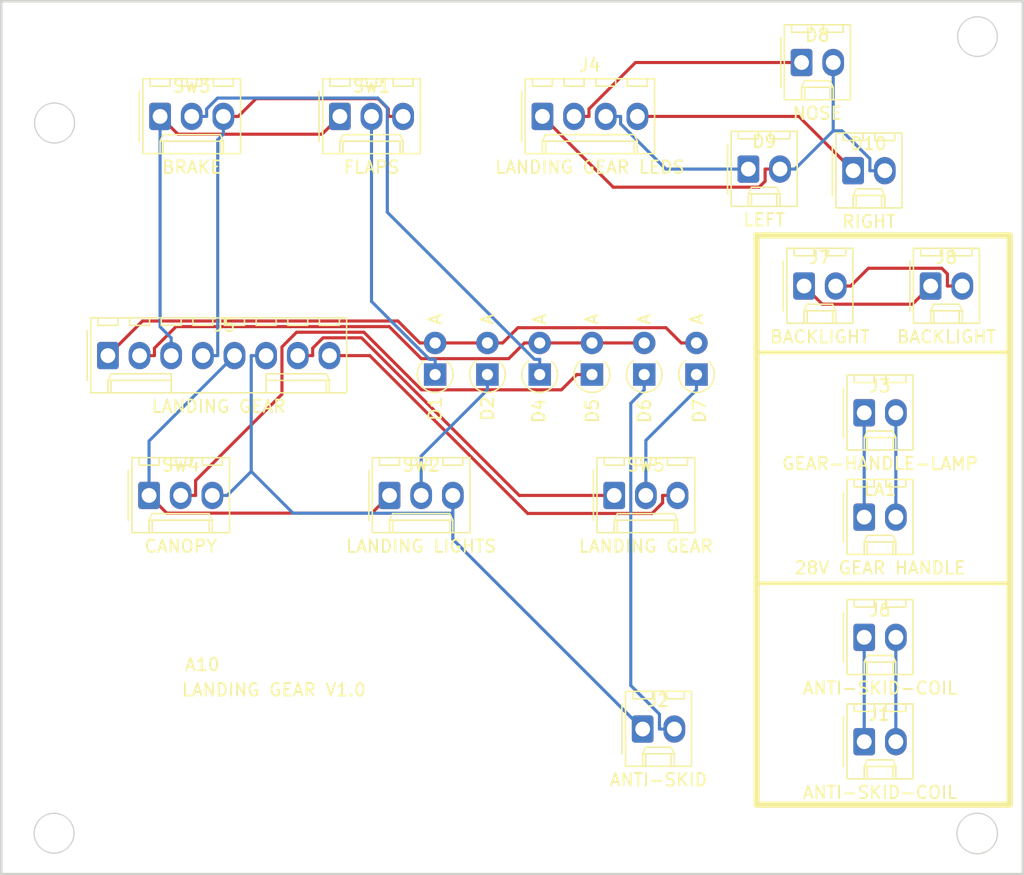
<source format=kicad_pcb>
(kicad_pcb (version 20221018) (generator pcbnew)
  (layers (0 "F.Cu" signal) (31 "B.Cu" signal) (34 "B.Paste" user) (35 "F.Paste" user) (36 "B.SilkS" user "B.Silkscreen") (37 "F.SilkS" user "F.Silkscreen") (38 "B.Mask" user) (39 "F.Mask" user) (44 "Edge.Cuts" user))
  (net 0 "")
  (net 1 "Net-(D1-K)")
  (net 2 "/COL0")
  (net 3 "Net-(D2-K)")
  (net 4 "/COIL_28V")
  (net 5 "/COIL_ANTI_SKID")
  (net 6 "Net-(D4-K)")
  (net 7 "/COL1")
  (net 8 "Net-(D5-K)")
  (net 9 "Net-(D6-K)")
  (net 10 "Net-(D7-K)")
  (net 11 "Net-(D8-K)")
  (net 12 "Net-(D10-A)")
  (net 13 "Net-(D9-K)")
  (net 14 "Net-(D10-K)")
  (net 15 "Net-(J3-Pin_2)")
  (net 16 "Net-(J3-Pin_1)")
  (net 17 "/ROW10")
  (net 18 "/ROW11")
  (net 19 "/ROW12")
  (net 20 "/ROW13")
  (net 21 "/ROW14")
  (net 22 "/ROW15")
  (net 23 "Net-(J7-Pin_1)")
  (net 24 "Net-(J7-Pin_2)")
  (footprint "Connector_Molex:Molex_KK-254_AE-6410-03A_1x03_P2.54mm_Vertical" (layer "F.Cu") (at 105.918 87.43)
    (fp_text reference "SW2" (at 2.54 -2.43) (layer "F.SilkS"))
    (fp_text value "LANDING LIGHTS" (at 2.54 4.08) (layer "F.SilkS"))
    (pad "1" thru_hole roundrect (at 0 0) (size 1.74 2.19) (drill 1.19) (layers "*.Cu" "*.Mask") (roundrect_rratio 0.1436781609) (net 19 "/ROW12"))
    (pad "2" thru_hole oval (at 2.54 0) (size 1.74 2.19) (drill 1.19) (layers "*.Cu" "*.Mask") (net 3 "Net-(D2-K)"))
    (pad "3" thru_hole oval (at 5.08 0) (size 1.74 2.19) (drill 1.19) (layers "*.Cu" "*.Mask") (net 20 "/ROW13"))
  )
  (footprint "Connector_Molex:Molex_KK-254_AE-6410-04A_1x04_P2.54mm_Vertical" (layer "F.Cu") (at 118.19 56.99)
    (fp_text reference "J4" (at 3.81 -4.12) (layer "F.SilkS"))
    (fp_text value "LANDING GEAR LEDS" (at 3.81 4.08) (layer "F.SilkS"))
    (pad "1" thru_hole roundrect (at 0 0) (size 1.74 2.19) (drill 1.19) (layers "*.Cu" "*.Mask") (roundrect_rratio 0.1436781609) (net 12 "Net-(D10-A)"))
    (pad "2" thru_hole oval (at 2.54 0) (size 1.74 2.19) (drill 1.19) (layers "*.Cu" "*.Mask") (net 11 "Net-(D8-K)"))
    (pad "3" thru_hole oval (at 5.08 0) (size 1.74 2.19) (drill 1.19) (layers "*.Cu" "*.Mask") (net 13 "Net-(D9-K)"))
    (pad "4" thru_hole oval (at 7.62 0) (size 1.74 2.19) (drill 1.19) (layers "*.Cu" "*.Mask") (net 14 "Net-(D10-K)"))
  )
  (footprint "Diode_THT:D_A-405_P2.54mm_Vertical_AnodeUp" (layer "F.Cu") (at 126.3604 77.724 90)
    (fp_text reference "D6" (at -2.92 0.02 90) (layer "F.SilkS"))
    (fp_text value "D")
    (fp_text user "A" (at 4.44 0 90) (layer "F.SilkS"))
    (pad "1" thru_hole rect (at 0 0 90) (size 1.8 1.8) (drill 0.9) (layers "*.Cu" "*.Mask") (net 9 "Net-(D6-K)"))
    (pad "2" thru_hole oval (at 2.54 0 90) (size 1.8 1.8) (drill 0.9) (layers "*.Cu" "*.Mask") (net 7 "/COL1"))
  )
  (footprint "Diode_THT:D_A-405_P2.54mm_Vertical_AnodeUp" (layer "F.Cu") (at 122.1648 77.724 90)
    (fp_text reference "D5" (at -2.92 0.03 90) (layer "F.SilkS"))
    (fp_text value "D")
    (fp_text user "A" (at 4.44 0 90) (layer "F.SilkS"))
    (pad "1" thru_hole rect (at 0 0 90) (size 1.8 1.8) (drill 0.9) (layers "*.Cu" "*.Mask") (net 8 "Net-(D5-K)"))
    (pad "2" thru_hole oval (at 2.54 0 90) (size 1.8 1.8) (drill 0.9) (layers "*.Cu" "*.Mask") (net 7 "/COL1"))
  )
  (footprint "Connector_Molex:Molex_KK-254_AE-6410-02A_1x02_P2.54mm_Vertical" (layer "F.Cu") (at 149.352 70.612)
    (fp_text reference "J8" (at 1.27 -2.286) (layer "F.SilkS"))
    (fp_text value "BACKLIGHT" (at 1.27 4.08) (layer "F.SilkS"))
    (pad "1" thru_hole roundrect (at 0 0) (size 1.74 2.19) (drill 1.19) (layers "*.Cu" "*.Mask") (roundrect_rratio 0.1436781609) (net 23 "Net-(J7-Pin_1)"))
    (pad "2" thru_hole oval (at 2.54 0) (size 1.74 2.19) (drill 1.19) (layers "*.Cu" "*.Mask") (net 24 "Net-(J7-Pin_2)"))
  )
  (footprint "Connector_Molex:Molex_KK-254_AE-6410-08A_1x08_P2.54mm_Vertical" (layer "F.Cu") (at 83.312 76.2)
    (fp_text reference "J5" (at 9.36 -2.43) (layer "F.SilkS"))
    (fp_text value "LANDING GEAR" (at 8.89 4.08) (layer "F.SilkS"))
    (pad "1" thru_hole roundrect (at 0 0) (size 1.74 2.19) (drill 1.19) (layers "*.Cu" "*.Mask") (roundrect_rratio 0.1436781609) (net 2 "/COL0"))
    (pad "2" thru_hole oval (at 2.54 0) (size 1.74 2.19) (drill 1.19) (layers "*.Cu" "*.Mask") (net 7 "/COL1"))
    (pad "3" thru_hole oval (at 5.08 0) (size 1.74 2.19) (drill 1.19) (layers "*.Cu" "*.Mask") (net 17 "/ROW10"))
    (pad "4" thru_hole oval (at 7.62 0) (size 1.74 2.19) (drill 1.19) (layers "*.Cu" "*.Mask") (net 18 "/ROW11"))
    (pad "5" thru_hole oval (at 10.16 0) (size 1.74 2.19) (drill 1.19) (layers "*.Cu" "*.Mask") (net 19 "/ROW12"))
    (pad "6" thru_hole oval (at 12.7 0) (size 1.74 2.19) (drill 1.19) (layers "*.Cu" "*.Mask") (net 20 "/ROW13"))
    (pad "7" thru_hole oval (at 15.24 0) (size 1.74 2.19) (drill 1.19) (layers "*.Cu" "*.Mask") (net 21 "/ROW14"))
    (pad "8" thru_hole oval (at 17.78 0) (size 1.74 2.19) (drill 1.19) (layers "*.Cu" "*.Mask") (net 22 "/ROW15"))
  )
  (footprint "Connector_Molex:Molex_KK-254_AE-6410-02A_1x02_P2.54mm_Vertical" (layer "F.Cu") (at 143.13 61.35)
    (fp_text reference "D10" (at 1.24 -2.18) (layer "F.SilkS"))
    (fp_text value "RIGHT" (at 1.27 4.08) (layer "F.SilkS"))
    (pad "1" thru_hole roundrect (at 0 0) (size 1.74 2.19) (drill 1.19) (layers "*.Cu" "*.Mask") (roundrect_rratio 0.1436781609) (net 14 "Net-(D10-K)"))
    (pad "2" thru_hole oval (at 2.54 0) (size 1.74 2.19) (drill 1.19) (layers "*.Cu" "*.Mask") (net 12 "Net-(D10-A)"))
  )
  (footprint "Connector_Molex:Molex_KK-254_AE-6410-02A_1x02_P2.54mm_Vertical" (layer "F.Cu") (at 144.018 107.208)
    (fp_text reference "J1" (at 1.2 -2.2) (layer "F.SilkS"))
    (fp_text value "ANTI-SKID-COIL" (at 1.27 4.08) (layer "F.SilkS"))
    (pad "1" thru_hole roundrect (at 0 0) (size 1.74 2.19) (drill 1.19) (layers "*.Cu" "*.Mask") (roundrect_rratio 0.1436781609) (net 4 "/COIL_28V"))
    (pad "2" thru_hole oval (at 2.54 0) (size 1.74 2.19) (drill 1.19) (layers "*.Cu" "*.Mask") (net 5 "/COIL_ANTI_SKID"))
  )
  (footprint "Connector_Molex:Molex_KK-254_AE-6410-02A_1x02_P2.54mm_Vertical" (layer "F.Cu") (at 144.018 98.826)
    (fp_text reference "J6" (at 1.28 -2.18) (layer "F.SilkS"))
    (fp_text value "ANTI-SKID-COIL" (at 1.27 4.08) (layer "F.SilkS"))
    (pad "1" thru_hole roundrect (at 0 0) (size 1.74 2.19) (drill 1.19) (layers "*.Cu" "*.Mask") (roundrect_rratio 0.1436781609) (net 4 "/COIL_28V"))
    (pad "2" thru_hole oval (at 2.54 0) (size 1.74 2.19) (drill 1.19) (layers "*.Cu" "*.Mask") (net 5 "/COIL_ANTI_SKID"))
  )
  (footprint "Connector_Molex:Molex_KK-254_AE-6410-02A_1x02_P2.54mm_Vertical" (layer "F.Cu") (at 144.018 89.174)
    (fp_text reference "LA1" (at 1.28 -2.23) (layer "F.SilkS"))
    (fp_text value "28V GEAR HANDLE" (at 1.27 4.08) (layer "F.SilkS"))
    (pad "1" thru_hole roundrect (at 0 0) (size 1.74 2.19) (drill 1.19) (layers "*.Cu" "*.Mask") (roundrect_rratio 0.1436781609) (net 16 "Net-(J3-Pin_1)"))
    (pad "2" thru_hole oval (at 2.54 0) (size 1.74 2.19) (drill 1.19) (layers "*.Cu" "*.Mask") (net 15 "Net-(J3-Pin_2)"))
  )
  (footprint "Connector_Molex:Molex_KK-254_AE-6410-02A_1x02_P2.54mm_Vertical" (layer "F.Cu") (at 134.72 61.22)
    (fp_text reference "D9" (at 1.28 -2.22) (layer "F.SilkS"))
    (fp_text value "LEFT" (at 1.27 4.08) (layer "F.SilkS"))
    (pad "1" thru_hole roundrect (at 0 0) (size 1.74 2.19) (drill 1.19) (layers "*.Cu" "*.Mask") (roundrect_rratio 0.1436781609) (net 13 "Net-(D9-K)"))
    (pad "2" thru_hole oval (at 2.54 0) (size 1.74 2.19) (drill 1.19) (layers "*.Cu" "*.Mask") (net 12 "Net-(D10-A)"))
  )
  (footprint "Connector_Molex:Molex_KK-254_AE-6410-02A_1x02_P2.54mm_Vertical" (layer "F.Cu") (at 144.018 80.792)
    (fp_text reference "J3" (at 1.26 -2.15) (layer "F.SilkS"))
    (fp_text value "GEAR-HANDLE-LAMP" (at 1.27 4.08) (layer "F.SilkS"))
    (pad "1" thru_hole roundrect (at 0 0) (size 1.74 2.19) (drill 1.19) (layers "*.Cu" "*.Mask") (roundrect_rratio 0.1436781609) (net 16 "Net-(J3-Pin_1)"))
    (pad "2" thru_hole oval (at 2.54 0) (size 1.74 2.19) (drill 1.19) (layers "*.Cu" "*.Mask") (net 15 "Net-(J3-Pin_2)"))
  )
  (footprint "Connector_Molex:Molex_KK-254_AE-6410-02A_1x02_P2.54mm_Vertical" (layer "F.Cu") (at 138.99 52.66)
    (fp_text reference "D8" (at 1.27 -2.19) (layer "F.SilkS"))
    (fp_text value "NOSE" (at 1.27 4.08) (layer "F.SilkS"))
    (pad "1" thru_hole roundrect (at 0 0) (size 1.74 2.19) (drill 1.19) (layers "*.Cu" "*.Mask") (roundrect_rratio 0.1436781609) (net 11 "Net-(D8-K)"))
    (pad "2" thru_hole oval (at 2.54 0) (size 1.74 2.19) (drill 1.19) (layers "*.Cu" "*.Mask") (net 12 "Net-(D10-A)"))
  )
  (footprint "Connector_Molex:Molex_KK-254_AE-6410-03A_1x03_P2.54mm_Vertical" (layer "F.Cu") (at 123.952 87.43)
    (fp_text reference "SW5" (at 2.54 -2.43) (layer "F.SilkS"))
    (fp_text value "LANDING GEAR" (at 2.54 4.08) (layer "F.SilkS"))
    (pad "1" thru_hole roundrect (at 0 0) (size 1.74 2.19) (drill 1.19) (layers "*.Cu" "*.Mask") (roundrect_rratio 0.1436781609) (net 21 "/ROW14"))
    (pad "2" thru_hole oval (at 2.54 0) (size 1.74 2.19) (drill 1.19) (layers "*.Cu" "*.Mask") (net 10 "Net-(D7-K)"))
    (pad "3" thru_hole oval (at 5.08 0) (size 1.74 2.19) (drill 1.19) (layers "*.Cu" "*.Mask") (net 22 "/ROW15"))
  )
  (footprint "Diode_THT:D_A-405_P2.54mm_Vertical_AnodeUp" (layer "F.Cu") (at 113.7736 77.724 90)
    (fp_text reference "D2" (at -2.73 0.01 90) (layer "F.SilkS"))
    (fp_text value "D")
    (fp_text user "A" (at 4.44 0 90) (layer "F.SilkS"))
    (pad "1" thru_hole rect (at 0 0 90) (size 1.8 1.8) (drill 0.9) (layers "*.Cu" "*.Mask") (net 3 "Net-(D2-K)"))
    (pad "2" thru_hole oval (at 2.54 0 90) (size 1.8 1.8) (drill 0.9) (layers "*.Cu" "*.Mask") (net 2 "/COL0"))
  )
  (footprint "Diode_THT:D_A-405_P2.54mm_Vertical_AnodeUp" (layer "F.Cu") (at 130.556 77.724 90)
    (fp_text reference "D7" (at -2.92 0.24 90) (layer "F.SilkS"))
    (fp_text value "D")
    (fp_text user "A" (at 4.44 0 90) (layer "F.SilkS"))
    (pad "1" thru_hole rect (at 0 0 90) (size 1.8 1.8) (drill 0.9) (layers "*.Cu" "*.Mask") (net 10 "Net-(D7-K)"))
    (pad "2" thru_hole oval (at 2.54 0 90) (size 1.8 1.8) (drill 0.9) (layers "*.Cu" "*.Mask") (net 2 "/COL0"))
  )
  (footprint "Connector_Molex:Molex_KK-254_AE-6410-03A_1x03_P2.54mm_Vertical" (layer "F.Cu") (at 101.93 56.99)
    (fp_text reference "SW1" (at 2.54 -2.43) (layer "F.SilkS"))
    (fp_text value "FLAPS" (at 2.54 4.08) (layer "F.SilkS"))
    (pad "1" thru_hole roundrect (at 0 0) (size 1.74 2.19) (drill 1.19) (layers "*.Cu" "*.Mask") (roundrect_rratio 0.1436781609) (net 17 "/ROW10"))
    (pad "2" thru_hole oval (at 2.54 0) (size 1.74 2.19) (drill 1.19) (layers "*.Cu" "*.Mask") (net 1 "Net-(D1-K)"))
    (pad "3" thru_hole oval (at 5.08 0) (size 1.74 2.19) (drill 1.19) (layers "*.Cu" "*.Mask") (net 18 "/ROW11"))
  )
  (footprint "Connector_Molex:Molex_KK-254_AE-6410-02A_1x02_P2.54mm_Vertical" (layer "F.Cu") (at 139.192 70.612)
    (fp_text reference "J7" (at 1.27 -2.286) (layer "F.SilkS"))
    (fp_text value "BACKLIGHT" (at 1.27 4.08) (layer "F.SilkS"))
    (pad "1" thru_hole roundrect (at 0 0) (size 1.74 2.19) (drill 1.19) (layers "*.Cu" "*.Mask") (roundrect_rratio 0.1436781609) (net 23 "Net-(J7-Pin_1)"))
    (pad "2" thru_hole oval (at 2.54 0) (size 1.74 2.19) (drill 1.19) (layers "*.Cu" "*.Mask") (net 24 "Net-(J7-Pin_2)"))
  )
  (footprint "Connector_Molex:Molex_KK-254_AE-6410-03A_1x03_P2.54mm_Vertical" (layer "F.Cu") (at 87.5 56.99)
    (fp_text reference "SW3" (at 2.54 -2.43) (layer "F.SilkS"))
    (fp_text value "BRAKE" (at 2.54 4.08) (layer "F.SilkS"))
    (pad "1" thru_hole roundrect (at 0 0) (size 1.74 2.19) (drill 1.19) (layers "*.Cu" "*.Mask") (roundrect_rratio 0.1436781609) (net 17 "/ROW10"))
    (pad "2" thru_hole oval (at 2.54 0) (size 1.74 2.19) (drill 1.19) (layers "*.Cu" "*.Mask") (net 6 "Net-(D4-K)"))
    (pad "3" thru_hole oval (at 5.08 0) (size 1.74 2.19) (drill 1.19) (layers "*.Cu" "*.Mask") (net 18 "/ROW11"))
  )
  (footprint "Diode_THT:D_A-405_P2.54mm_Vertical_AnodeUp" (layer "F.Cu") (at 109.578 77.724 90)
    (fp_text reference "D1" (at -2.73 0 90) (layer "F.SilkS"))
    (fp_text value "D")
    (fp_text user "A" (at 4.44 0 90) (layer "F.SilkS"))
    (pad "1" thru_hole rect (at 0 0 90) (size 1.8 1.8) (drill 0.9) (layers "*.Cu" "*.Mask") (net 1 "Net-(D1-K)"))
    (pad "2" thru_hole oval (at 2.54 0 90) (size 1.8 1.8) (drill 0.9) (layers "*.Cu" "*.Mask") (net 2 "/COL0"))
  )
  (footprint "Connector_Molex:Molex_KK-254_AE-6410-03A_1x03_P2.54mm_Vertical" (layer "F.Cu") (at 86.614 87.43)
    (fp_text reference "SW4" (at 2.54 -2.43) (layer "F.SilkS"))
    (fp_text value "CANOPY" (at 2.54 4.08) (layer "F.SilkS"))
    (pad "1" thru_hole roundrect (at 0 0) (size 1.74 2.19) (drill 1.19) (layers "*.Cu" "*.Mask") (roundrect_rratio 0.1436781609) (net 19 "/ROW12"))
    (pad "2" thru_hole oval (at 2.54 0) (size 1.74 2.19) (drill 1.19) (layers "*.Cu" "*.Mask") (net 8 "Net-(D5-K)"))
    (pad "3" thru_hole oval (at 5.08 0) (size 1.74 2.19) (drill 1.19) (layers "*.Cu" "*.Mask") (net 20 "/ROW13"))
  )
  (footprint "Diode_THT:D_A-405_P2.54mm_Vertical_AnodeUp" (layer "F.Cu") (at 117.9692 77.724 90)
    (fp_text reference "D4" (at -2.92 -0.07 90) (layer "F.SilkS"))
    (fp_text value "D")
    (fp_text user "A" (at 4.44 0 90) (layer "F.SilkS"))
    (pad "1" thru_hole rect (at 0 0 90) (size 1.8 1.8) (drill 0.9) (layers "*.Cu" "*.Mask") (net 6 "Net-(D4-K)"))
    (pad "2" thru_hole oval (at 2.54 0 90) (size 1.8 1.8) (drill 0.9) (layers "*.Cu" "*.Mask") (net 7 "/COL1"))
  )
  (footprint "Connector_Molex:Molex_KK-254_AE-6410-02A_1x02_P2.54mm_Vertical" (layer "F.Cu") (at 126.238 106.192)
    (fp_text reference "J2" (at 1.27 -2.306) (layer "F.SilkS"))
    (fp_text value "ANTI-SKID" (at 1.27 4.08) (layer "F.SilkS"))
    (pad "1" thru_hole roundrect (at 0 0) (size 1.74 2.19) (drill 1.19) (layers "*.Cu" "*.Mask") (roundrect_rratio 0.1436781609) (net 20 "/ROW13"))
    (pad "2" thru_hole oval (at 2.54 0) (size 1.74 2.19) (drill 1.19) (layers "*.Cu" "*.Mask") (net 9 "Net-(D6-K)"))
  )
  (gr_rect (start 135.382 66.548) (end 155.702 112.268) (stroke (width 0.5)) (fill none) (layer "F.SilkS"))
  (gr_line (start 155.702 94.488) (end 135.382 94.488) (stroke (width 0.3)) (layer "F.SilkS"))
  (gr_line (start 155.702 75.946) (end 135.382 75.946) (stroke (width 0.3)) (layer "F.SilkS"))
  (gr_circle locked (center 78.99 114.56) (end 80.590656 114.56) (stroke (width 0.1)) (fill none) (layer "Edge.Cuts"))
  (gr_circle locked (center 79.03 57.52) (end 80.636393 57.52) (stroke (width 0.1)) (fill none) (layer "Edge.Cuts"))
  (gr_rect locked (start 74.75 47.74) (end 156.75 117.84) (stroke (width 0.2)) (fill none) (layer "Edge.Cuts"))
  (gr_circle locked (center 153.09 114.58) (end 154.6 115.19) (stroke (width 0.1)) (fill none) (layer "Edge.Cuts"))
  (gr_circle locked (center 153.11 50.58) (end 154.52 51.32) (stroke (width 0.1)) (fill none) (layer "Edge.Cuts"))
  (gr_text "LANDING GEAR V1.0" (at 89.154 103.632) (layer "F.SilkS") (effects (font (size 1 1)) (justify left bottom)))
  (gr_text "A10" (at 89.408 101.6) (layer "F.SilkS") (effects (font (size 1 1)) (justify left bottom)))
  (segment (start 104.47 56.99) (end 104.47 71.8502) (width 0.25) (layer "B.Cu") (net 1))
  (segment (start 109.578 77.724) (end 109.578 76.4987) (width 0.25) (layer "B.Cu") (net 1))
  (segment (start 104.47 71.8502) (end 109.1185 76.4987) (width 0.25) (layer "B.Cu") (net 1))
  (segment (start 109.1185 76.4987) (end 109.578 76.4987) (width 0.25) (layer "B.Cu") (net 1))
  (segment (start 128.1054 73.9587) (end 129.3307 75.184) (width 0.25) (layer "F.Cu") (net 2))
  (segment (start 109.578 75.184) (end 108.3527 75.184) (width 0.25) (layer "F.Cu") (net 2))
  (segment (start 130.556 75.184) (end 129.3307 75.184) (width 0.25) (layer "F.Cu") (net 2))
  (segment (start 113.7736 75.184) (end 109.578 75.184) (width 0.25) (layer "F.Cu") (net 2))
  (segment (start 113.7736 75.184) (end 114.9989 75.184) (width 0.25) (layer "F.Cu") (net 2))
  (segment (start 86.0912 73.4208) (end 83.312 76.2) (width 0.25) (layer "F.Cu") (net 2))
  (segment (start 108.3527 75.184) (end 106.5895 73.4208) (width 0.25) (layer "F.Cu") (net 2))
  (segment (start 116.2242 73.9587) (end 128.1054 73.9587) (width 0.25) (layer "F.Cu") (net 2))
  (segment (start 106.5895 73.4208) (end 86.0912 73.4208) (width 0.25) (layer "F.Cu") (net 2))
  (segment (start 114.9989 75.184) (end 116.2242 73.9587) (width 0.25) (layer "F.Cu") (net 2))
  (segment (start 108.458 87.43) (end 108.458 84.2649) (width 0.25) (layer "B.Cu") (net 3))
  (segment (start 108.458 84.2649) (end 113.7736 78.9493) (width 0.25) (layer "B.Cu") (net 3))
  (segment (start 113.7736 77.724) (end 113.7736 78.9493) (width 0.25) (layer "B.Cu") (net 3))
  (segment (start 144.018 107.208) (end 144.018 98.826) (width 0.25) (layer "B.Cu") (net 4))
  (segment (start 146.558 107.208) (end 146.558 98.826) (width 0.25) (layer "B.Cu") (net 5))
  (segment (start 117.9692 77.724) (end 117.9692 76.4987) (width 0.25) (layer "B.Cu") (net 6))
  (segment (start 104.9749 55.5154) (end 105.74 56.2805) (width 0.25) (layer "B.Cu") (net 6))
  (segment (start 91.2353 56.3923) (end 92.1122 55.5154) (width 0.25) (layer "B.Cu") (net 6))
  (segment (start 105.74 64.6878) (end 117.5509 76.4987) (width 0.25) (layer "B.Cu") (net 6))
  (segment (start 105.74 56.2805) (end 105.74 64.6878) (width 0.25) (layer "B.Cu") (net 6))
  (segment (start 91.2353 56.99) (end 91.2353 56.3923) (width 0.25) (layer "B.Cu") (net 6))
  (segment (start 117.5509 76.4987) (end 117.9692 76.4987) (width 0.25) (layer "B.Cu") (net 6))
  (segment (start 90.04 56.99) (end 91.2353 56.99) (width 0.25) (layer "B.Cu") (net 6))
  (segment (start 92.1122 55.5154) (end 104.9749 55.5154) (width 0.25) (layer "B.Cu") (net 6))
  (segment (start 122.1648 75.184) (end 117.9692 75.184) (width 0.25) (layer "F.Cu") (net 7))
  (segment (start 115.4833 76.4446) (end 108.4673 76.4446) (width 0.25) (layer "F.Cu") (net 7))
  (segment (start 117.9692 75.184) (end 116.7439 75.184) (width 0.25) (layer "F.Cu") (net 7))
  (segment (start 122.1648 75.184) (end 126.3604 75.184) (width 0.25) (layer "F.Cu") (net 7))
  (segment (start 88.7785 73.8711) (end 87.0473 75.6023) (width 0.25) (layer "F.Cu") (net 7))
  (segment (start 108.4673 76.4446) (end 105.8938 73.8711) (width 0.25) (layer "F.Cu") (net 7))
  (segment (start 85.852 76.2) (end 87.0473 76.2) (width 0.25) (layer "F.Cu") (net 7))
  (segment (start 105.8938 73.8711) (end 88.7785 73.8711) (width 0.25) (layer "F.Cu") (net 7))
  (segment (start 116.7439 75.184) (end 115.4833 76.4446) (width 0.25) (layer "F.Cu") (net 7))
  (segment (start 87.0473 75.6023) (end 87.0473 76.2) (width 0.25) (layer "F.Cu") (net 7))
  (segment (start 90.3493 87.43) (end 90.3493 86.2347) (width 0.25) (layer "F.Cu") (net 8))
  (segment (start 97.282 79.302) (end 97.282 75.499) (width 0.25) (layer "F.Cu") (net 8))
  (segment (start 108.4846 78.9493) (end 119.7142 78.9493) (width 0.25) (layer "F.Cu") (net 8))
  (segment (start 103.8567 74.3214) (end 108.4846 78.9493) (width 0.25) (layer "F.Cu") (net 8))
  (segment (start 90.3493 86.2347) (end 97.282 79.302) (width 0.25) (layer "F.Cu") (net 8))
  (segment (start 122.1648 77.724) (end 120.9395 77.724) (width 0.25) (layer "F.Cu") (net 8))
  (segment (start 89.154 87.43) (end 90.3493 87.43) (width 0.25) (layer "F.Cu") (net 8))
  (segment (start 98.4596 74.3214) (end 103.8567 74.3214) (width 0.25) (layer "F.Cu") (net 8))
  (segment (start 119.7142 78.9493) (end 120.9395 77.724) (width 0.25) (layer "F.Cu") (net 8))
  (segment (start 97.282 75.499) (end 98.4596 74.3214) (width 0.25) (layer "F.Cu") (net 8))
  (segment (start 127.5827 104.9967) (end 127.5827 106.192) (width 0.25) (layer "B.Cu") (net 9))
  (segment (start 125.2801 102.6941) (end 127.5827 104.9967) (width 0.25) (layer "B.Cu") (net 9))
  (segment (start 128.778 106.192) (end 127.5827 106.192) (width 0.25) (layer "B.Cu") (net 9))
  (segment (start 125.2801 80.0296) (end 125.2801 102.6941) (width 0.25) (layer "B.Cu") (net 9))
  (segment (start 126.3604 77.724) (end 126.3604 78.9493) (width 0.25) (layer "B.Cu") (net 9))
  (segment (start 126.3604 78.9493) (end 125.2801 80.0296) (width 0.25) (layer "B.Cu") (net 9))
  (segment (start 130.556 77.724) (end 130.556 78.9493) (width 0.25) (layer "B.Cu") (net 10))
  (segment (start 126.492 87.43) (end 126.492 83.0133) (width 0.25) (layer "B.Cu") (net 10))
  (segment (start 126.492 83.0133) (end 130.556 78.9493) (width 0.25) (layer "B.Cu") (net 10))
  (segment (start 121.9253 56.99) (end 121.9253 56.3923) (width 0.25) (layer "F.Cu") (net 11))
  (segment (start 125.6576 52.66) (end 138.99 52.66) (width 0.25) (layer "F.Cu") (net 11))
  (segment (start 120.73 56.99) (end 121.9253 56.99) (width 0.25) (layer "F.Cu") (net 11))
  (segment (start 121.9253 56.3923) (end 125.6576 52.66) (width 0.25) (layer "F.Cu") (net 11))
  (segment (start 118.19 56.99) (end 123.8733 62.6733) (width 0.25) (layer "F.Cu") (net 12))
  (segment (start 136.0647 62.1912) (end 136.0647 61.22) (width 0.25) (layer "F.Cu") (net 12))
  (segment (start 123.8733 62.6733) (end 135.5826 62.6733) (width 0.25) (layer "F.Cu") (net 12))
  (segment (start 137.26 61.22) (end 136.0647 61.22) (width 0.25) (layer "F.Cu") (net 12))
  (segment (start 135.5826 62.6733) (end 136.0647 62.1912) (width 0.25) (layer "F.Cu") (net 12))
  (segment (start 137.26 61.22) (end 138.4553 61.22) (width 0.25) (layer "B.Cu") (net 12))
  (segment (start 141.53 58.1453) (end 142.2315 58.1453) (width 0.25) (layer "B.Cu") (net 12))
  (segment (start 144.4747 60.3885) (end 144.4747 61.35) (width 0.25) (layer "B.Cu") (net 12))
  (segment (start 141.53 58.1453) (end 138.4553 61.22) (width 0.25) (layer "B.Cu") (net 12))
  (segment (start 141.53 52.66) (end 141.53 58.1453) (width 0.25) (layer "B.Cu") (net 12))
  (segment (start 145.67 61.35) (end 144.4747 61.35) (width 0.25) (layer "B.Cu") (net 12))
  (segment (start 142.2315 58.1453) (end 144.4747 60.3885) (width 0.25) (layer "B.Cu") (net 12))
  (segment (start 124.4653 57.5877) (end 128.0976 61.22) (width 0.25) (layer "B.Cu") (net 13))
  (segment (start 124.4653 56.99) (end 124.4653 57.5877) (width 0.25) (layer "B.Cu") (net 13))
  (segment (start 123.27 56.99) (end 124.4653 56.99) (width 0.25) (layer "B.Cu") (net 13))
  (segment (start 128.0976 61.22) (end 134.72 61.22) (width 0.25) (layer "B.Cu") (net 13))
  (segment (start 138.77 56.99) (end 143.13 61.35) (width 0.25) (layer "F.Cu") (net 14))
  (segment (start 125.81 56.99) (end 138.77 56.99) (width 0.25) (layer "F.Cu") (net 14))
  (segment (start 146.558 89.174) (end 146.558 80.792) (width 0.25) (layer "B.Cu") (net 15))
  (segment (start 144.018 89.174) (end 144.018 80.792) (width 0.25) (layer "B.Cu") (net 16))
  (segment (start 88.929 58.419) (end 87.5 56.99) (width 0.25) (layer "F.Cu") (net 17))
  (segment (start 101.93 56.99) (end 100.501 58.419) (width 0.25) (layer "F.Cu") (net 17))
  (segment (start 100.501 58.419) (end 88.929 58.419) (width 0.25) (layer "F.Cu") (net 17))
  (segment (start 87.5 56.99) (end 87.5 73.8877) (width 0.25) (layer "B.Cu") (net 17))
  (segment (start 88.392 76.2) (end 88.392 74.7797) (width 0.25) (layer "B.Cu") (net 17))
  (segment (start 87.5 73.8877) (end 88.392 74.7797) (width 0.25) (layer "B.Cu") (net 17))
  (segment (start 95.2002 55.5651) (end 93.7753 56.99) (width 0.25) (layer "F.Cu") (net 18))
  (segment (start 107.01 56.99) (end 105.8147 56.99) (width 0.25) (layer "F.Cu") (net 18))
  (segment (start 92.58 56.99) (end 93.7753 56.99) (width 0.25) (layer "F.Cu") (net 18))
  (segment (start 104.9874 55.5651) (end 95.2002 55.5651) (width 0.25) (layer "F.Cu") (net 18))
  (segment (start 105.8147 56.99) (end 105.8147 56.3924) (width 0.25) (layer "F.Cu") (net 18))
  (segment (start 105.8147 56.3924) (end 104.9874 55.5651) (width 0.25) (layer "F.Cu") (net 18))
  (segment (start 92.1273 58.863) (end 92.1273 76.2) (width 0.25) (layer "B.Cu") (net 18))
  (segment (start 92.58 56.99) (end 92.58 58.4103) (width 0.25) (layer "B.Cu") (net 18))
  (segment (start 90.932 76.2) (end 92.1273 76.2) (width 0.25) (layer "B.Cu") (net 18))
  (segment (start 92.58 58.4103) (end 92.1273 58.863) (width 0.25) (layer "B.Cu") (net 18))
  (segment (start 104.4969 88.8511) (end 88.0351 88.8511) (width 0.25) (layer "F.Cu") (net 19))
  (segment (start 88.0351 88.8511) (end 86.614 87.43) (width 0.25) (layer "F.Cu") (net 19))
  (segment (start 105.918 87.43) (end 104.4969 88.8511) (width 0.25) (layer "F.Cu") (net 19))
  (segment (start 86.614 87.43) (end 86.614 83.058) (width 0.25) (layer "B.Cu") (net 19))
  (segment (start 86.614 83.058) (end 93.472 76.2) (width 0.25) (layer "B.Cu") (net 19))
  (segment (start 96.012 76.2) (end 94.8167 76.2) (width 0.25) (layer "B.Cu") (net 20))
  (segment (start 110.998 87.43) (end 110.998 88.8599) (width 0.25) (layer "B.Cu") (net 20))
  (segment (start 94.8167 85.5026) (end 94.8167 76.2) (width 0.25) (layer "B.Cu") (net 20))
  (segment (start 110.998 88.8599) (end 98.174 88.8599) (width 0.25) (layer "B.Cu") (net 20))
  (segment (start 98.174 88.8599) (end 94.8167 85.5026) (width 0.25) (layer "B.Cu") (net 20))
  (segment (start 110.998 88.8599) (end 110.998 90.952) (width 0.25) (layer "B.Cu") (net 20))
  (segment (start 110.998 90.952) (end 126.238 106.192) (width 0.25) (layer "B.Cu") (net 20))
  (segment (start 91.694 87.43) (end 92.8893 87.43) (width 0.25) (layer "B.Cu") (net 20))
  (segment (start 92.8893 87.43) (end 94.8167 85.5026) (width 0.25) (layer "B.Cu") (net 20))
  (segment (start 98.552 76.2) (end 99.7473 76.2) (width 0.25) (layer "F.Cu") (net 21))
  (segment (start 100.5778 74.7718) (end 99.7473 75.6023) (width 0.25) (layer "F.Cu") (net 21))
  (segment (start 123.952 87.43) (end 116.3284 87.43) (width 0.25) (layer "F.Cu") (net 21))
  (segment (start 99.7473 75.6023) (end 99.7473 76.2) (width 0.25) (layer "F.Cu") (net 21))
  (segment (start 103.6702 74.7718) (end 100.5778 74.7718) (width 0.25) (layer "F.Cu") (net 21))
  (segment (start 116.3284 87.43) (end 103.6702 74.7718) (width 0.25) (layer "F.Cu") (net 21))
  (segment (start 127.8367 87.43) (end 127.8367 88.0276) (width 0.25) (layer "F.Cu") (net 22))
  (segment (start 117.0077 88.878) (end 104.3297 76.2) (width 0.25) (layer "F.Cu") (net 22))
  (segment (start 127.8367 88.0276) (end 126.9863 88.878) (width 0.25) (layer "F.Cu") (net 22))
  (segment (start 104.3297 76.2) (end 101.092 76.2) (width 0.25) (layer "F.Cu") (net 22))
  (segment (start 126.9863 88.878) (end 117.0077 88.878) (width 0.25) (layer "F.Cu") (net 22))
  (segment (start 129.032 87.43) (end 127.8367 87.43) (width 0.25) (layer "F.Cu") (net 22))
  (segment (start 147.8931 72.0709) (end 149.352 70.612) (width 0.25) (layer "F.Cu") (net 23))
  (segment (start 139.192 70.612) (end 140.6509 72.0709) (width 0.25) (layer "F.Cu") (net 23))
  (segment (start 140.6509 72.0709) (end 147.8931 72.0709) (width 0.25) (layer "F.Cu") (net 23))
  (segment (start 144.3557 69.1836) (end 150.2395 69.1836) (width 0.25) (layer "F.Cu") (net 24))
  (segment (start 151.892 70.612) (end 150.6967 70.612) (width 0.25) (layer "F.Cu") (net 24))
  (segment (start 150.6967 69.6408) (end 150.6967 70.612) (width 0.25) (layer "F.Cu") (net 24))
  (segment (start 150.2395 69.1836) (end 150.6967 69.6408) (width 0.25) (layer "F.Cu") (net 24))
  (segment (start 141.732 70.612) (end 142.9273 70.612) (width 0.25) (layer "F.Cu") (net 24))
  (segment (start 142.9273 70.612) (end 144.3557 69.1836) (width 0.25) (layer "F.Cu") (net 24))
)
</source>
